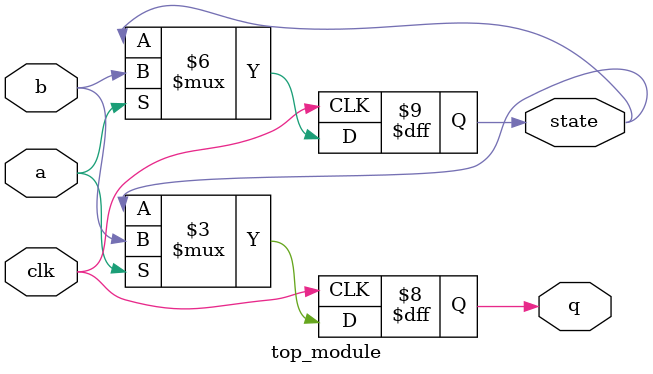
<source format=sv>
module top_module (
    input clk,
    input a,
    input b,
    output reg q,
    output reg state
);

always @(posedge clk) begin
    if(a) begin
        state <= b;
        q <= b;
    end
    else begin
        q <= state;
    end
end

endmodule

</source>
